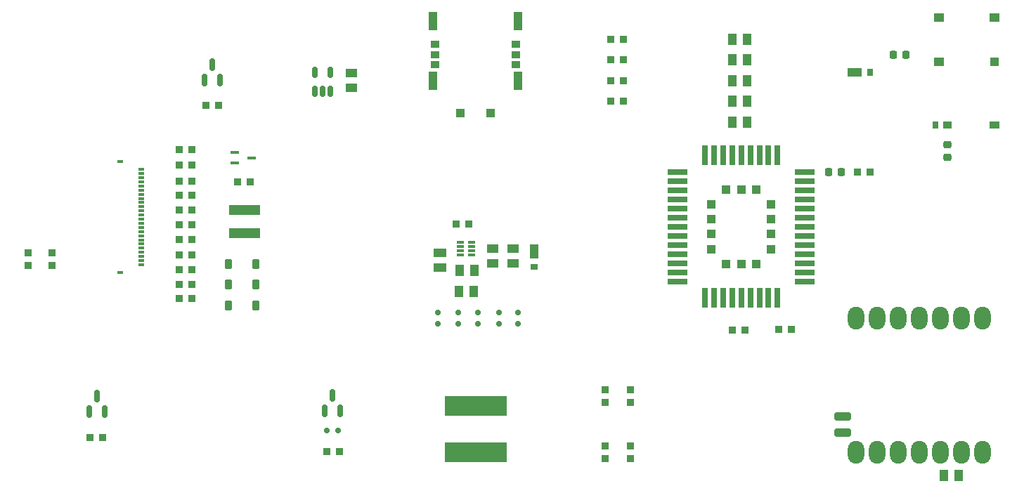
<source format=gbr>
%TF.GenerationSoftware,KiCad,Pcbnew,8.0.5*%
%TF.CreationDate,2024-10-24T16:43:48+01:00*%
%TF.ProjectId,V3,56332e6b-6963-4616-945f-706362585858,rev?*%
%TF.SameCoordinates,Original*%
%TF.FileFunction,Paste,Top*%
%TF.FilePolarity,Positive*%
%FSLAX46Y46*%
G04 Gerber Fmt 4.6, Leading zero omitted, Abs format (unit mm)*
G04 Created by KiCad (PCBNEW 8.0.5) date 2024-10-24 16:43:48*
%MOMM*%
%LPD*%
G01*
G04 APERTURE LIST*
G04 Aperture macros list*
%AMRoundRect*
0 Rectangle with rounded corners*
0 $1 Rounding radius*
0 $2 $3 $4 $5 $6 $7 $8 $9 X,Y pos of 4 corners*
0 Add a 4 corners polygon primitive as box body*
4,1,4,$2,$3,$4,$5,$6,$7,$8,$9,$2,$3,0*
0 Add four circle primitives for the rounded corners*
1,1,$1+$1,$2,$3*
1,1,$1+$1,$4,$5*
1,1,$1+$1,$6,$7*
1,1,$1+$1,$8,$9*
0 Add four rect primitives between the rounded corners*
20,1,$1+$1,$2,$3,$4,$5,0*
20,1,$1+$1,$4,$5,$6,$7,0*
20,1,$1+$1,$6,$7,$8,$9,0*
20,1,$1+$1,$8,$9,$2,$3,0*%
G04 Aperture macros list end*
%ADD10RoundRect,0.150000X0.200000X-0.150000X0.200000X0.150000X-0.200000X0.150000X-0.200000X-0.150000X0*%
%ADD11RoundRect,1.000000X-0.000010X0.375000X-0.000010X-0.375000X0.000010X-0.375000X0.000010X0.375000X0*%
%ADD12RoundRect,0.254000X-0.762000X-0.254000X0.762000X-0.254000X0.762000X0.254000X-0.762000X0.254000X0*%
%ADD13R,0.889000X0.889000*%
%ADD14R,0.900000X0.900000*%
%ADD15R,0.850000X0.300000*%
%ADD16R,1.092200X1.803400*%
%ADD17R,0.838200X0.711200*%
%ADD18R,1.016000X1.400000*%
%ADD19RoundRect,0.218750X0.218750X0.256250X-0.218750X0.256250X-0.218750X-0.256250X0.218750X-0.256250X0*%
%ADD20RoundRect,0.225000X0.225000X0.375000X-0.225000X0.375000X-0.225000X-0.375000X0.225000X-0.375000X0*%
%ADD21R,1.400000X1.016000*%
%ADD22RoundRect,0.150000X0.150000X-0.587500X0.150000X0.587500X-0.150000X0.587500X-0.150000X-0.587500X0*%
%ADD23R,0.800000X0.300000*%
%ADD24R,0.800000X0.400000*%
%ADD25RoundRect,0.218750X-0.256250X0.218750X-0.256250X-0.218750X0.256250X-0.218750X0.256250X0.218750X0*%
%ADD26R,0.800000X0.900000*%
%ADD27R,1.200000X1.000000*%
%ADD28R,1.000000X1.000000*%
%ADD29R,1.200000X0.900000*%
%ADD30R,1.000000X0.900000*%
%ADD31R,7.493000X2.489200*%
%ADD32R,1.092200X0.990600*%
%ADD33R,0.990600X2.311400*%
%ADD34R,0.990600X0.812800*%
%ADD35R,1.803400X1.092200*%
%ADD36R,0.711200X0.838200*%
%ADD37R,2.489200X0.711200*%
%ADD38R,0.711200X2.489200*%
%ADD39R,0.990600X0.990600*%
%ADD40R,3.708400X1.193800*%
%ADD41R,1.524000X1.016000*%
%ADD42RoundRect,0.150000X-0.150000X-0.200000X0.150000X-0.200000X0.150000X0.200000X-0.150000X0.200000X0*%
%ADD43RoundRect,0.150000X0.150000X-0.512500X0.150000X0.512500X-0.150000X0.512500X-0.150000X-0.512500X0*%
%ADD44RoundRect,0.218750X-0.218750X-0.256250X0.218750X-0.256250X0.218750X0.256250X-0.218750X0.256250X0*%
%ADD45R,1.016000X0.457200*%
G04 APERTURE END LIST*
D10*
%TO.C,D10*%
X-4500000Y-7850000D03*
X-4500000Y-6450000D03*
%TD*%
D11*
%TO.C,U2*%
X61070000Y-7135000D03*
X58530000Y-7135000D03*
X55990000Y-7135000D03*
X53450000Y-7135000D03*
X50910000Y-7135000D03*
X48370000Y-7135000D03*
X45830000Y-7135000D03*
X45830000Y-23300000D03*
X48370000Y-23300000D03*
X50910000Y-23300000D03*
X53450000Y-23300000D03*
X55990000Y-23300000D03*
X58530000Y-23300000D03*
X61070000Y-23300000D03*
D12*
X44220000Y-19000000D03*
X44220000Y-20905000D03*
%TD*%
D13*
%TO.C,R4*%
X-2358000Y4177200D03*
X-834000Y4177200D03*
%TD*%
D14*
%TO.C,C10*%
X18700000Y-17324000D03*
X18700000Y-15800000D03*
%TD*%
%TO.C,C29*%
X-35695000Y-3100000D03*
X-34171000Y-3100000D03*
%TD*%
%TO.C,C9*%
X15650000Y-22526000D03*
X15650000Y-24050000D03*
%TD*%
D15*
%TO.C,IC1*%
X-450000Y494000D03*
X-450000Y994000D03*
X-450000Y1494000D03*
X-450000Y1994000D03*
X-1850000Y1994000D03*
X-1850000Y1494000D03*
X-1850000Y994000D03*
X-1850000Y494000D03*
%TD*%
D10*
%TO.C,D4*%
X2800000Y-6450000D03*
X2800000Y-7850000D03*
%TD*%
%TO.C,D5*%
X5150000Y-6450000D03*
X5150000Y-7850000D03*
%TD*%
D16*
%TO.C,CR2*%
X7076400Y902600D03*
D17*
X7076400Y-946500D03*
%TD*%
D13*
%TO.C,R15*%
X-34136999Y11300001D03*
X-35660999Y11300001D03*
%TD*%
D18*
%TO.C,C14*%
X30961000Y26500000D03*
X32740000Y26500000D03*
%TD*%
D13*
%TO.C,R16*%
X16288001Y24000000D03*
X17811999Y24000000D03*
%TD*%
D14*
%TO.C,C22*%
X-35673999Y9400000D03*
X-34149999Y9400000D03*
%TD*%
D18*
%TO.C,C15*%
X30961000Y19050000D03*
X32740000Y19050000D03*
%TD*%
D19*
%TO.C,L3*%
X51870500Y24584600D03*
X50295500Y24584600D03*
%TD*%
D20*
%TO.C,D9*%
X-26450000Y-600000D03*
X-29750000Y-600000D03*
%TD*%
D13*
%TO.C,R3*%
X30938000Y-8600000D03*
X32462000Y-8600000D03*
%TD*%
D20*
%TO.C,D7*%
X-26450000Y-3100000D03*
X-29750000Y-3100000D03*
%TD*%
D13*
%TO.C,R12*%
X-34136999Y13200001D03*
X-35660999Y13200001D03*
%TD*%
D21*
%TO.C,C1*%
X2061600Y-563400D03*
X2061600Y1215600D03*
%TD*%
D18*
%TO.C,C5*%
X56461000Y-26100000D03*
X58240000Y-26100000D03*
%TD*%
D14*
%TO.C,C11*%
X18700000Y-22526000D03*
X18700000Y-24050000D03*
%TD*%
D22*
%TO.C,Q3*%
X-46550000Y-18437500D03*
X-44650000Y-18437500D03*
X-45600000Y-16562500D03*
%TD*%
D13*
%TO.C,R13*%
X-46423998Y-21500000D03*
X-44900000Y-21500000D03*
%TD*%
%TO.C,R9*%
X16288001Y26500000D03*
X17811999Y26500000D03*
%TD*%
D14*
%TO.C,C33*%
X-35686999Y7650000D03*
X-34162999Y7650000D03*
%TD*%
D18*
%TO.C,C2*%
X-1951600Y-1401600D03*
X-172600Y-1401600D03*
%TD*%
D13*
%TO.C,R11*%
X-16350000Y-23212500D03*
X-17873998Y-23212500D03*
%TD*%
%TO.C,R1*%
X-53900000Y761999D03*
X-53900000Y-761999D03*
%TD*%
D18*
%TO.C,C3*%
X-1978600Y-3888400D03*
X-199600Y-3888400D03*
%TD*%
D13*
%TO.C,R18*%
X17811999Y19000000D03*
X16288001Y19000000D03*
%TD*%
D14*
%TO.C,C21*%
X-35687999Y500000D03*
X-34163999Y500000D03*
%TD*%
D20*
%TO.C,D8*%
X-26450000Y-5600000D03*
X-29750000Y-5600000D03*
%TD*%
D18*
%TO.C,C17*%
X30961000Y16500000D03*
X32740000Y16500000D03*
%TD*%
D14*
%TO.C,C20*%
X47562000Y10500000D03*
X46038000Y10500000D03*
%TD*%
D21*
%TO.C,C4*%
X4525400Y-563400D03*
X4525400Y1215600D03*
%TD*%
%TO.C,C7*%
X-14950000Y22389000D03*
X-14950000Y20610000D03*
%TD*%
D13*
%TO.C,R17*%
X17811999Y21500000D03*
X16288001Y21500000D03*
%TD*%
D23*
%TO.C,J3*%
X-40300000Y10800000D03*
X-40300000Y10300000D03*
X-40300000Y9800000D03*
X-40300000Y9300000D03*
X-40300000Y8800000D03*
X-40300000Y8300000D03*
X-40300000Y7800000D03*
X-40300000Y7300000D03*
X-40300000Y6800000D03*
X-40300000Y6300000D03*
X-40300000Y5800000D03*
X-40300000Y5300000D03*
X-40300000Y4800000D03*
X-40300000Y4300000D03*
X-40300000Y3800000D03*
X-40300000Y3300000D03*
X-40300000Y2800000D03*
X-40300000Y2300000D03*
X-40300000Y1800000D03*
X-40300000Y1300000D03*
X-40300000Y800000D03*
X-40300000Y300000D03*
X-40300000Y-200000D03*
X-40300000Y-700000D03*
D24*
X-42800000Y11750000D03*
X-42800000Y-1650000D03*
%TD*%
D25*
%TO.C,L2*%
X56831600Y13787500D03*
X56831600Y12212500D03*
%TD*%
D14*
%TO.C,C26*%
X-35698999Y2350000D03*
X-34174999Y2350000D03*
%TD*%
%TO.C,C25*%
X-27149999Y9300000D03*
X-28673999Y9300000D03*
%TD*%
%TO.C,C8*%
X15650000Y-17324000D03*
X15650000Y-15800000D03*
%TD*%
D26*
%TO.C,ANT1*%
X55450000Y16150000D03*
D27*
X55850000Y23750000D03*
X55850000Y29100000D03*
X62550000Y29100000D03*
D28*
X62550000Y23750000D03*
D29*
X62550000Y16150000D03*
D30*
X56840000Y16150000D03*
%TD*%
D13*
%TO.C,R14*%
X-30938001Y18500000D03*
X-32461999Y18500000D03*
%TD*%
D31*
%TO.C,L5*%
X0Y-17700001D03*
X0Y-23299999D03*
%TD*%
D18*
%TO.C,C13*%
X30961000Y24000000D03*
X32740000Y24000000D03*
%TD*%
D10*
%TO.C,D3*%
X300000Y-6450000D03*
X300000Y-7850000D03*
%TD*%
D13*
%TO.C,R2*%
X-51050000Y761999D03*
X-51050000Y-761999D03*
%TD*%
D14*
%TO.C,C23*%
X-35686999Y5900000D03*
X-34162999Y5900000D03*
%TD*%
D22*
%TO.C,Q4*%
X-32650000Y21562500D03*
X-30750000Y21562500D03*
X-31700000Y23437501D03*
%TD*%
D32*
%TO.C,U12*%
X1820000Y17575000D03*
X-1820000Y17575000D03*
D33*
X5100000Y28700000D03*
X5100000Y21500002D03*
X-5100000Y21500002D03*
X-5100000Y28700000D03*
D34*
X-4900000Y25850000D03*
X-4900000Y24650000D03*
X4900000Y25850000D03*
X-4900000Y23450000D03*
X4900000Y24650000D03*
X4900000Y23450000D03*
%TD*%
D14*
%TO.C,C24*%
X-35698999Y4150000D03*
X-34174999Y4150000D03*
%TD*%
D18*
%TO.C,C16*%
X30961000Y21500000D03*
X32740000Y21500000D03*
%TD*%
D35*
%TO.C,CR1*%
X45700900Y22500000D03*
D36*
X47550000Y22500000D03*
%TD*%
D10*
%TO.C,D1*%
X-2100000Y-6450000D03*
X-2100000Y-7850000D03*
%TD*%
D37*
%TO.C,U11*%
X24350000Y10500002D03*
X24350001Y9400002D03*
X24350001Y8300004D03*
X24350000Y7200004D03*
X24350000Y6100005D03*
X24350001Y5000003D03*
X24350000Y3900003D03*
X24350001Y2800003D03*
X24350000Y1700001D03*
X24350000Y600002D03*
X24350001Y-499998D03*
X24350000Y-1599999D03*
X24350000Y-2699999D03*
D38*
X27599999Y-4699994D03*
X28699999Y-4699995D03*
X29799998Y-4699995D03*
X30900000Y-4699994D03*
X32000000Y-4699995D03*
X33100000Y-4699994D03*
X34200002Y-4699995D03*
X35300001Y-4699995D03*
X36400001Y-4699994D03*
D37*
X39650000Y-2699996D03*
X39649999Y-1599996D03*
X39650000Y-499996D03*
X39650000Y600002D03*
X39650000Y1700001D03*
X39649999Y2800003D03*
X39650000Y3900003D03*
X39649999Y5000003D03*
X39650000Y6100005D03*
X39650000Y7200004D03*
X39649999Y8300004D03*
X39650000Y9400005D03*
X39650000Y10500005D03*
D38*
X36400001Y12500000D03*
X35300001Y12500001D03*
X34200002Y12500001D03*
X33100000Y12500000D03*
X32000000Y12500001D03*
X30900000Y12500000D03*
X29799998Y12500001D03*
X28699999Y12500001D03*
X27599999Y12500000D03*
D39*
X28400000Y6600003D03*
X28400000Y4800004D03*
X28400000Y3000002D03*
X28400000Y1200003D03*
X30200000Y-599997D03*
X32000000Y-599998D03*
X33800000Y-599997D03*
X35600000Y1200003D03*
X35600000Y3000002D03*
X35600000Y4800004D03*
X35600000Y6600003D03*
X33800000Y8400003D03*
X32000000Y8400004D03*
X30200000Y8400003D03*
%TD*%
D40*
%TO.C,L6*%
X-27850000Y5900000D03*
X-27850000Y3106000D03*
%TD*%
D13*
%TO.C,R5*%
X38061999Y-8500000D03*
X36537999Y-8500000D03*
%TD*%
D22*
%TO.C,Q6*%
X-18200000Y-18300000D03*
X-16300000Y-18300000D03*
X-17250000Y-16425000D03*
%TD*%
D14*
%TO.C,C30*%
X-35687999Y-4800000D03*
X-34163999Y-4800000D03*
%TD*%
D41*
%TO.C,L1*%
X-4250000Y744000D03*
X-4250000Y-1034000D03*
%TD*%
D14*
%TO.C,C28*%
X-35662999Y-1300000D03*
X-34138999Y-1300000D03*
%TD*%
D42*
%TO.C,D6*%
X-16550000Y-20712500D03*
X-17950000Y-20712500D03*
%TD*%
D43*
%TO.C,D2*%
X-19349998Y20225000D03*
X-18399999Y20225000D03*
X-17450000Y20225000D03*
X-17450000Y22500000D03*
X-19349998Y22500000D03*
%TD*%
D44*
%TO.C,L4*%
X42508500Y10480000D03*
X44083500Y10480000D03*
%TD*%
D45*
%TO.C,Q8*%
X-29032800Y12849999D03*
X-29032800Y11550001D03*
X-26950000Y12200000D03*
%TD*%
M02*

</source>
